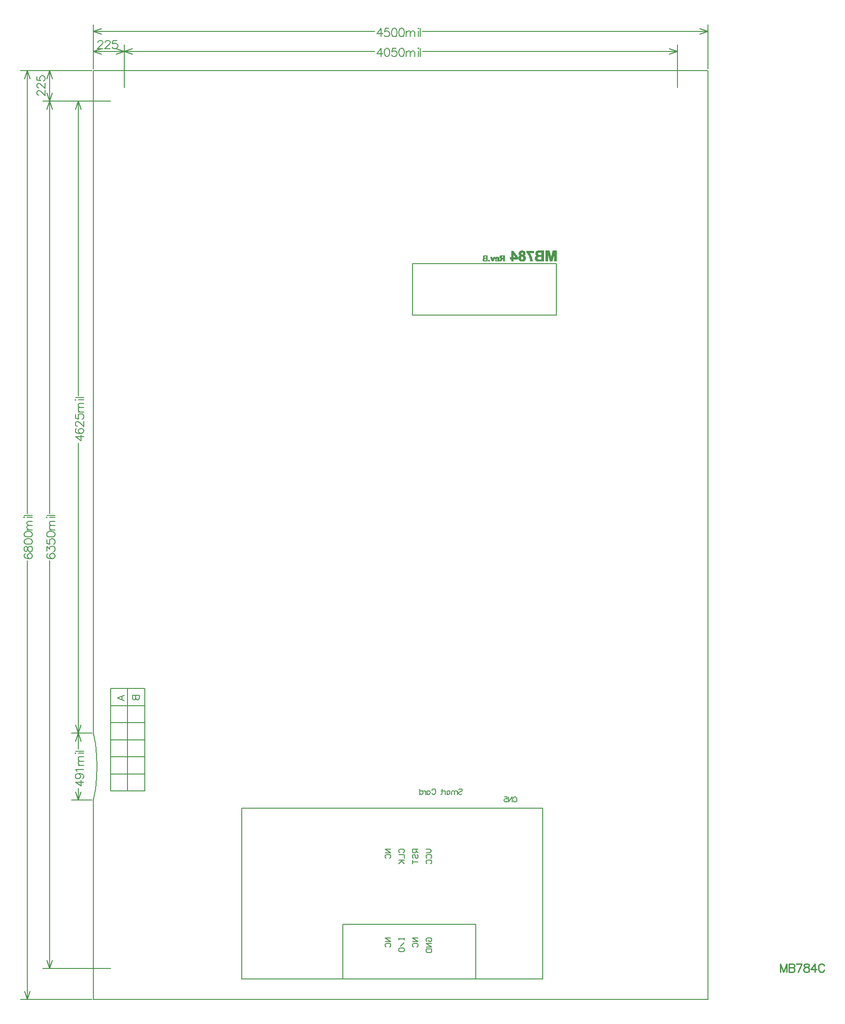
<source format=gbr>
%FSTAX23Y23*%
%MOIN*%
%SFA1B1*%

%IPPOS*%
%ADD73C,0.010000*%
%ADD74C,0.007000*%
%ADD75C,0.008000*%
%ADD79C,0.005000*%
%ADD81C,0.006000*%
%ADD151C,0.001000*%
%LNmb784b-1*%
%LPD*%
G54D73*
X0503Y0026D02*
Y002D01*
Y0026D02*
X05053Y002D01*
X05076Y0026D02*
X05053Y002D01*
X05076Y0026D02*
Y002D01*
X05093Y0026D02*
Y002D01*
Y0026D02*
X05119D01*
X05127Y00257*
X0513Y00254*
X05133Y00249*
Y00243*
X0513Y00237*
X05127Y00234*
X05119Y00231*
X05093D02*
X05119D01*
X05127Y00229*
X0513Y00226*
X05133Y0022*
Y00211*
X0513Y00206*
X05127Y00203*
X05119Y002*
X05093*
X05186Y0026D02*
X05158Y002D01*
X05146Y0026D02*
X05186D01*
X05214D02*
X05205Y00257D01*
X05203Y00251*
Y00246*
X05205Y0024*
X05211Y00237*
X05223Y00234*
X05231Y00231*
X05237Y00226*
X0524Y0022*
Y00211*
X05237Y00206*
X05234Y00203*
X05225Y002*
X05214*
X05205Y00203*
X05203Y00206*
X052Y00211*
Y0022*
X05203Y00226*
X05208Y00231*
X05217Y00234*
X05228Y00237*
X05234Y0024*
X05237Y00246*
Y00251*
X05234Y00257*
X05225Y0026*
X05214*
X05282D02*
X05253Y0022D01*
X05296*
X05282Y0026D02*
Y002D01*
X05349Y00246D02*
X05347Y00251D01*
X05341Y00257*
X05335Y0026*
X05324*
X05318Y00257*
X05312Y00251*
X05309Y00246*
X05307Y00237*
Y00223*
X05309Y00214*
X05312Y00209*
X05318Y00203*
X05324Y002*
X05335*
X05341Y00203*
X05347Y00209*
X05349Y00214*
X0503Y0026D02*
Y002D01*
Y0026D02*
X05053Y002D01*
X05076Y0026D02*
X05053Y002D01*
X05076Y0026D02*
Y002D01*
X05093Y0026D02*
Y002D01*
Y0026D02*
X05119D01*
X05127Y00257*
X0513Y00254*
X05133Y00249*
Y00243*
X0513Y00237*
X05127Y00234*
X05119Y00231*
X05093D02*
X05119D01*
X05127Y00229*
X0513Y00226*
X05133Y0022*
Y00211*
X0513Y00206*
X05127Y00203*
X05119Y002*
X05093*
X05186Y0026D02*
X05158Y002D01*
X05146Y0026D02*
X05186D01*
X05214D02*
X05205Y00257D01*
X05203Y00251*
Y00246*
X05205Y0024*
X05211Y00237*
X05223Y00234*
X05231Y00231*
X05237Y00226*
X0524Y0022*
Y00211*
X05237Y00206*
X05234Y00203*
X05225Y002*
X05214*
X05205Y00203*
X05203Y00206*
X052Y00211*
Y0022*
X05203Y00226*
X05208Y00231*
X05217Y00234*
X05228Y00237*
X05234Y0024*
X05237Y00246*
Y00251*
X05234Y00257*
X05225Y0026*
X05214*
X05282D02*
X05253Y0022D01*
X05296*
X05282Y0026D02*
Y002D01*
X05349Y00246D02*
X05347Y00251D01*
X05341Y00257*
X05335Y0026*
X05324*
X05318Y00257*
X05312Y00251*
X05309Y00246*
X05307Y00237*
Y00223*
X05309Y00214*
X05312Y00209*
X05318Y00203*
X05324Y002*
X05335*
X05341Y00203*
X05347Y00209*
X05349Y00214*
G54D74*
X02335Y05385D02*
X0339D01*
X02335Y0501D02*
X0339D01*
Y05385*
X02335Y0501D02*
Y05385D01*
G54D75*
X00225Y02187D02*
X00175Y02206D01*
X00225Y02225*
X00208Y02218D02*
Y02194D01*
X00285Y02225D02*
X00335D01*
X00285D02*
Y02204D01*
X00287Y02196*
X0029Y02194*
X00295Y02192*
X00299*
X00304Y02194*
X00306Y02196*
X00309Y02204*
Y02225D02*
Y02204D01*
X00311Y02196*
X00314Y02194*
X00318Y02192*
X00325*
X0033Y02194*
X00333Y02196*
X00335Y02204*
Y02225*
G54D79*
X01085Y0015D02*
Y014D01*
X0329Y0015D02*
Y014D01*
X01085D02*
X0329D01*
X01085Y0015D02*
X0329D01*
X01825Y0055D02*
Y0015D01*
Y0055D02*
X028D01*
Y0015*
X00125Y0165D02*
X00375D01*
X00125Y01775D02*
X00375D01*
X00125Y019D02*
X00375D01*
X00125Y02025D02*
X00375D01*
X00125Y0215D02*
X00375D01*
X0025Y01525D02*
Y02275D01*
X00125Y01525D02*
Y02275D01*
X00375*
Y01525D02*
Y02275D01*
X00125Y01525D02*
X00375D01*
X03074Y01472D02*
X03076Y01476D01*
X03079Y01479*
X03083Y01481*
X0309*
X03093Y01479*
X03097Y01476*
X03098Y01472*
X031Y01467*
Y01459*
X03098Y01454*
X03097Y0145*
X03093Y01447*
X0309Y01445*
X03083*
X03079Y01447*
X03076Y0145*
X03074Y01454*
X03064Y01481D02*
Y01445D01*
Y01481D02*
X0304Y01445D01*
Y01481D02*
Y01445D01*
X0301Y01481D02*
X03027D01*
X03029Y01466*
X03027Y01467*
X03022Y01469*
X03017*
X03011Y01467*
X03008Y01464*
X03006Y01459*
Y01455*
X03008Y0145*
X03011Y01447*
X03017Y01445*
X03022*
X03027Y01447*
X03029Y01448*
X0303Y01452*
X02175Y0045D02*
X02135D01*
X02175Y00423*
X02135*
X02142Y00383D02*
X02135Y0039D01*
Y00403*
X02142Y0041*
X02168*
X02175Y00403*
Y0039*
X02168Y00383*
X02242Y01073D02*
X02235Y0108D01*
Y01093*
X02242Y011*
X02268*
X02275Y01093*
Y0108*
X02268Y01073*
X02235Y0106D02*
X02275D01*
Y01033*
X02235Y0102D02*
X02275D01*
X02262*
X02235Y00993*
X02255Y01013*
X02275Y00993*
X02435Y011D02*
X02462D01*
X02475Y01087*
X02462Y01073*
X02435*
X02442Y01033D02*
X02435Y0104D01*
Y01053*
X02442Y0106*
X02468*
X02475Y01053*
Y0104*
X02468Y01033*
X02442Y00993D02*
X02435Y01D01*
Y01013*
X02442Y0102*
X02468*
X02475Y01013*
Y01*
X02468Y00993*
X02175Y011D02*
X02135D01*
X02175Y01073*
X02135*
X02142Y01033D02*
X02135Y0104D01*
Y01053*
X02142Y0106*
X02168*
X02175Y01053*
Y0104*
X02168Y01033*
X02375Y011D02*
X02335D01*
Y0108*
X02342Y01073*
X02355*
X02362Y0108*
Y011*
Y01087D02*
X02375Y01073D01*
X02342Y01033D02*
X02335Y0104D01*
Y01053*
X02342Y0106*
X02348*
X02355Y01053*
Y0104*
X02362Y01033*
X02368*
X02375Y0104*
Y01053*
X02368Y0106*
X02335Y0102D02*
Y00993D01*
Y01007*
X02375*
X02442Y00423D02*
X02435Y0043D01*
Y00443*
X02442Y0045*
X02468*
X02475Y00443*
Y0043*
X02468Y00423*
X02455*
Y00437*
X02475Y0041D02*
X02435D01*
X02475Y00383*
X02435*
Y0037D02*
X02475D01*
Y0035*
X02468Y00343*
X02442*
X02435Y0035*
Y0037*
X02375Y0045D02*
X02335D01*
X02375Y00423*
X02335*
X02342Y00383D02*
X02335Y0039D01*
Y00403*
X02342Y0041*
X02368*
X02375Y00403*
Y0039*
X02368Y00383*
X02235Y0045D02*
Y00437D01*
Y00443*
X02275*
Y0045*
Y00437*
Y00417D02*
X02248Y0039D01*
X02235Y00357D02*
Y0037D01*
X02242Y00377*
X02268*
X02275Y0037*
Y00357*
X02268Y0035*
X02242*
X02235Y00357*
X02673Y01534D02*
X02677Y01538D01*
X02683Y0154*
X0269*
X02696Y01538*
X027Y01534*
Y0153*
X02698Y01527*
X02696Y01525*
X02692Y01523*
X02681Y01519*
X02677Y01517*
X02675Y01515*
X02673Y01511*
Y01506*
X02677Y01502*
X02683Y015*
X0269*
X02696Y01502*
X027Y01506*
X02664Y01527D02*
Y015D01*
Y01519D02*
X02659Y01525D01*
X02655Y01527*
X02649*
X02645Y01525*
X02643Y01519*
Y015*
Y01519D02*
X02638Y01525D01*
X02634Y01527*
X02628*
X02624Y01525*
X02622Y01519*
Y015*
X02587Y01527D02*
Y015D01*
Y01521D02*
X02591Y01525D01*
X02595Y01527*
X026*
X02604Y01525*
X02608Y01521*
X0261Y01515*
Y01511*
X02608Y01506*
X02604Y01502*
X026Y015*
X02595*
X02591Y01502*
X02587Y01506*
X02576Y01527D02*
Y015D01*
Y01515D02*
X02575Y01521D01*
X02571Y01525*
X02567Y01527*
X02561*
X02552Y0154D02*
Y01508D01*
X0255Y01502*
X02546Y015*
X02542*
X02558Y01527D02*
X02544D01*
X02477Y0153D02*
X02479Y01534D01*
X02482Y01538*
X02486Y0154*
X02494*
X02498Y01538*
X02501Y01534*
X02503Y0153*
X02505Y01525*
Y01515*
X02503Y0151*
X02501Y01506*
X02498Y01502*
X02494Y015*
X02486*
X02482Y01502*
X02479Y01506*
X02477Y0151*
X02443Y01527D02*
Y015D01*
Y01521D02*
X02446Y01525D01*
X0245Y01527*
X02456*
X0246Y01525*
X02463Y01521*
X02465Y01515*
Y01511*
X02463Y01506*
X0246Y01502*
X02456Y015*
X0245*
X02446Y01502*
X02443Y01506*
X02432Y01527D02*
Y015D01*
Y01515D02*
X0243Y01521D01*
X02426Y01525*
X02422Y01527*
X02417*
X0239Y0154D02*
Y015D01*
Y01521D02*
X02394Y01525D01*
X02398Y01527*
X02403*
X02407Y01525*
X02411Y01521*
X02413Y01515*
Y01511*
X02411Y01506*
X02407Y01502*
X02403Y015*
X02398*
X02394Y01502*
X0239Y01506*
X0Y01459D02*
D01*
X00014Y0154*
X00022Y01622*
X00025Y01704*
X00023Y01786*
X00014Y01868*
X0Y0195*
X04275Y06674D02*
Y0699D01*
X00225Y06674D02*
Y0699D01*
X02409Y0694D02*
X04275D01*
X00225D02*
X02059D01*
X04215Y0696D02*
X04275Y0694D01*
X04215Y0692D02*
X04275Y0694D01*
X00225D02*
X00285Y0692D01*
X00225Y0694D02*
X00285Y0696D01*
X00225Y06674D02*
Y0699D01*
X0Y06812D02*
Y0699D01*
X00112Y0694D02*
X00225D01*
X0D02*
X00112D01*
X00165Y0696D02*
X00225Y0694D01*
X00165Y0692D02*
X00225Y0694D01*
X0D02*
X0006Y0692D01*
X0Y0694D02*
X0006Y0696D01*
X045Y06812D02*
Y07135D01*
X0Y06812D02*
Y07135D01*
X02409Y07085D02*
X045D01*
X0D02*
X02059D01*
X0444Y07105D02*
X045Y07085D01*
X0444Y07065D02*
X045Y07085D01*
X0D02*
X0006Y07065D01*
X0Y07085D02*
X0006Y07105D01*
X-0016Y0195D02*
X-00013D01*
X-0016Y01459D02*
X-00013D01*
X-0011Y01832D02*
Y0195D01*
Y01459D02*
Y01545D01*
X-0013Y0189D02*
X-0011Y0195D01*
X-0009Y0189*
X-0011Y01459D02*
X-0009Y01519D01*
X-0013D02*
X-0011Y01459D01*
X-0016Y06575D02*
X00126D01*
X-0016Y0195D02*
X-00013D01*
X-0011Y0442D02*
Y06575D01*
Y0195D02*
Y04073D01*
X-0013Y06515D02*
X-0011Y06575D01*
X-0009Y06515*
X-0011Y0195D02*
X-0009Y0201D01*
X-0013D02*
X-0011Y0195D01*
X-0037Y00225D02*
X00126D01*
X-0037Y06575D02*
X00126D01*
X-0032Y00225D02*
Y03211D01*
Y03557D02*
Y06575D01*
Y00225D02*
X-003Y00285D01*
X-0034D02*
X-0032Y00225D01*
X-0034Y06515D02*
X-0032Y06575D01*
X-003Y06515*
X-0037Y068D02*
X-00013D01*
X-0037Y06575D02*
X00126D01*
X-0032Y06688D02*
Y068D01*
Y06575D02*
Y06688D01*
X-0034Y0674D02*
X-0032Y068D01*
X-003Y0674*
X-0032Y06575D02*
X-003Y06635D01*
X-0034D02*
X-0032Y06575D01*
X-00535Y068D02*
X-00013D01*
X-00535Y0D02*
X-00013D01*
X-00485Y03557D02*
Y068D01*
Y0D02*
Y03211D01*
X-00505Y0674D02*
X-00485Y068D01*
X-00465Y0674*
X-00485Y0D02*
X-00465Y0006D01*
X-00505D02*
X-00485Y0D01*
X0Y0195D02*
Y068D01*
X045Y0D02*
Y068D01*
X0Y0D02*
X045D01*
X0Y068D02*
X045D01*
X0Y0D02*
Y01459D01*
G54D81*
X02104Y06963D02*
X02075Y06923D01*
X02118*
X02104Y06963D02*
Y06903D01*
X02146Y06963D02*
X02137Y0696D01*
X02132Y06951*
X02129Y06937*
Y06928*
X02132Y06914*
X02137Y06905*
X02146Y06903*
X02152*
X0216Y06905*
X02166Y06914*
X02169Y06928*
Y06937*
X02166Y06951*
X0216Y0696*
X02152Y06963*
X02146*
X02216D02*
X02188D01*
X02185Y06937*
X02188Y0694*
X02196Y06943*
X02205*
X02214Y0694*
X02219Y06934*
X02222Y06925*
Y0692*
X02219Y06911*
X02214Y06905*
X02205Y06903*
X02196*
X02188Y06905*
X02185Y06908*
X02182Y06914*
X02253Y06963D02*
X02244Y0696D01*
X02238Y06951*
X02236Y06937*
Y06928*
X02238Y06914*
X02244Y06905*
X02253Y06903*
X02258*
X02267Y06905*
X02273Y06914*
X02276Y06928*
Y06937*
X02273Y06951*
X02267Y0696*
X02258Y06963*
X02253*
X02289Y06943D02*
Y06903D01*
Y06931D02*
X02298Y0694D01*
X02303Y06943*
X02312*
X02318Y0694*
X0232Y06931*
Y06903*
Y06931D02*
X02329Y0694D01*
X02335Y06943*
X02343*
X02349Y0694*
X02352Y06931*
Y06903*
X02376Y06963D02*
X02379Y0696D01*
X02382Y06963*
X02379Y06965*
X02376Y06963*
X02379Y06943D02*
Y06903D01*
X02393Y06963D02*
Y06903D01*
X00033Y07006D02*
Y07009D01*
X00036Y07014*
X00039Y07017*
X00044Y0702*
X00056*
X00061Y07017*
X00064Y07014*
X00067Y07009*
Y07003*
X00064Y06997*
X00059Y06989*
X0003Y0696*
X0007*
X00086Y07006D02*
Y07009D01*
X00089Y07014*
X00092Y07017*
X00098Y0702*
X00109*
X00115Y07017*
X00118Y07014*
X00121Y07009*
Y07003*
X00118Y06997*
X00112Y06989*
X00083Y0696*
X00123*
X00171Y0702D02*
X00143D01*
X0014Y06994*
X00143Y06997*
X00151Y07*
X0016*
X00168Y06997*
X00174Y06991*
X00177Y06983*
Y06977*
X00174Y06969*
X00168Y06963*
X0016Y0696*
X00151*
X00143Y06963*
X0014Y06966*
X00137Y06971*
X02104Y07108D02*
X02075Y07068D01*
X02118*
X02104Y07108D02*
Y07048D01*
X02163Y07108D02*
X02134D01*
X02132Y07082*
X02134Y07085*
X02143Y07088*
X02152*
X0216Y07085*
X02166Y07079*
X02169Y0707*
Y07065*
X02166Y07056*
X0216Y0705*
X02152Y07048*
X02143*
X02134Y0705*
X02132Y07053*
X02129Y07059*
X02199Y07108D02*
X02191Y07105D01*
X02185Y07096*
X02182Y07082*
Y07073*
X02185Y07059*
X02191Y0705*
X02199Y07048*
X02205*
X02214Y0705*
X02219Y07059*
X02222Y07073*
Y07082*
X02219Y07096*
X02214Y07105*
X02205Y07108*
X02199*
X02253D02*
X02244Y07105D01*
X02238Y07096*
X02236Y07082*
Y07073*
X02238Y07059*
X02244Y0705*
X02253Y07048*
X02258*
X02267Y0705*
X02273Y07059*
X02276Y07073*
Y07082*
X02273Y07096*
X02267Y07105*
X02258Y07108*
X02253*
X02289Y07088D02*
Y07048D01*
Y07076D02*
X02298Y07085D01*
X02303Y07088*
X02312*
X02318Y07085*
X0232Y07076*
Y07048*
Y07076D02*
X02329Y07085D01*
X02335Y07088*
X02343*
X02349Y07085*
X02352Y07076*
Y07048*
X02376Y07108D02*
X02379Y07105D01*
X02382Y07108*
X02379Y0711*
X02376Y07108*
X02379Y07088D02*
Y07048D01*
X02393Y07108D02*
Y07048D01*
X-00133Y0159D02*
X-00093Y01561D01*
Y01604*
X-00133Y0159D02*
X-00073D01*
X-00113Y01652D02*
X-00104Y01649D01*
X-00098Y01643*
X-00095Y01635*
Y01632*
X-00098Y01623*
X-00104Y01617*
X-00113Y01615*
X-00115*
X-00124Y01617*
X-0013Y01623*
X-00133Y01632*
Y01635*
X-0013Y01643*
X-00124Y01649*
X-00113Y01652*
X-00098*
X-00084Y01649*
X-00075Y01643*
X-00073Y01635*
Y01629*
X-00075Y0162*
X-00081Y01617*
X-00121Y01668D02*
X-00124Y01674D01*
X-00133Y01682*
X-00073*
X-00113Y01712D02*
X-00073D01*
X-00101D02*
X-0011Y01721D01*
X-00113Y01726*
Y01735*
X-0011Y01741*
X-00101Y01743*
X-00073*
X-00101D02*
X-0011Y01752D01*
X-00113Y01758*
Y01766*
X-0011Y01772*
X-00101Y01775*
X-00073*
X-00133Y01799D02*
X-0013Y01802D01*
X-00133Y01805*
X-00135Y01802*
X-00133Y01799*
X-00113Y01802D02*
X-00073D01*
X-00133Y01816D02*
X-00073D01*
X-00133Y04118D02*
X-00093Y04089D01*
Y04132*
X-00133Y04118D02*
X-00073D01*
X-00124Y04177D02*
X-0013Y04174D01*
X-00133Y04166*
Y0416*
X-0013Y04151*
X-00121Y04146*
X-00107Y04143*
X-00093*
X-00081Y04146*
X-00075Y04151*
X-00073Y0416*
Y04163*
X-00075Y04171*
X-00081Y04177*
X-0009Y0418*
X-00093*
X-00101Y04177*
X-00107Y04171*
X-0011Y04163*
Y0416*
X-00107Y04151*
X-00101Y04146*
X-00093Y04143*
X-00118Y04196D02*
X-00121D01*
X-00127Y04199*
X-0013Y04202*
X-00133Y04207*
Y04219*
X-0013Y04225*
X-00127Y04227*
X-00121Y0423*
X-00115*
X-0011Y04227*
X-00101Y04222*
X-00073Y04193*
Y04233*
X-00133Y04281D02*
Y04252D01*
X-00107Y04249*
X-0011Y04252*
X-00113Y04261*
Y04269*
X-0011Y04278*
X-00104Y04284*
X-00095Y04286*
X-0009*
X-00081Y04284*
X-00075Y04278*
X-00073Y04269*
Y04261*
X-00075Y04252*
X-00078Y04249*
X-00084Y04247*
X-00113Y043D02*
X-00073D01*
X-00101D02*
X-0011Y04308D01*
X-00113Y04314*
Y04323*
X-0011Y04328*
X-00101Y04331*
X-00073*
X-00101D02*
X-0011Y0434D01*
X-00113Y04346*
Y04354*
X-0011Y0436*
X-00101Y04363*
X-00073*
X-00133Y04387D02*
X-0013Y0439D01*
X-00133Y04393*
X-00135Y0439*
X-00133Y04387*
X-00113Y0439D02*
X-00073D01*
X-00133Y04404D02*
X-00073D01*
X-00334Y03261D02*
X-0034Y03258D01*
X-00343Y0325*
Y03244*
X-0034Y03235*
X-00331Y0323*
X-00317Y03227*
X-00303*
X-00291Y0323*
X-00285Y03235*
X-00283Y03244*
Y03247*
X-00285Y03255*
X-00291Y03261*
X-003Y03264*
X-00303*
X-00311Y03261*
X-00317Y03255*
X-0032Y03247*
Y03244*
X-00317Y03235*
X-00311Y0323*
X-00303Y03227*
X-00343Y03283D02*
Y03314D01*
X-0032Y03297*
Y03306*
X-00317Y03311*
X-00314Y03314*
X-00305Y03317*
X-003*
X-00291Y03314*
X-00285Y03309*
X-00283Y033*
Y03291*
X-00285Y03283*
X-00288Y0328*
X-00294Y03277*
X-00343Y03365D02*
Y03336D01*
X-00317Y03333*
X-0032Y03336*
X-00323Y03345*
Y03353*
X-0032Y03362*
X-00314Y03368*
X-00305Y03371*
X-003*
X-00291Y03368*
X-00285Y03362*
X-00283Y03353*
Y03345*
X-00285Y03336*
X-00288Y03333*
X-00294Y03331*
X-00343Y03401D02*
X-0034Y03393D01*
X-00331Y03387*
X-00317Y03384*
X-00308*
X-00294Y03387*
X-00285Y03393*
X-00283Y03401*
Y03407*
X-00285Y03415*
X-00294Y03421*
X-00308Y03424*
X-00317*
X-00331Y03421*
X-0034Y03415*
X-00343Y03407*
Y03401*
X-00323Y03437D02*
X-00283D01*
X-00311D02*
X-0032Y03446D01*
X-00323Y03452*
Y0346*
X-0032Y03466*
X-00311Y03469*
X-00283*
X-00311D02*
X-0032Y03477D01*
X-00323Y03483*
Y03492*
X-0032Y03497*
X-00311Y035*
X-00283*
X-00343Y03525D02*
X-0034Y03528D01*
X-00343Y03531*
X-00345Y03528*
X-00343Y03525*
X-00323Y03528D02*
X-00283D01*
X-00343Y03541D02*
X-00283D01*
X-00401Y06618D02*
X-00404D01*
X-00409Y06621*
X-00412Y06624*
X-00415Y06629*
Y06641*
X-00412Y06646*
X-00409Y06649*
X-00404Y06652*
X-00398*
X-00392Y06649*
X-00384Y06644*
X-00355Y06615*
Y06655*
X-00401Y06671D02*
X-00404D01*
X-00409Y06674*
X-00412Y06677*
X-00415Y06683*
Y06694*
X-00412Y067*
X-00409Y06703*
X-00404Y06706*
X-00398*
X-00392Y06703*
X-00384Y06697*
X-00355Y06668*
Y06708*
X-00415Y06756D02*
Y06728D01*
X-00389Y06725*
X-00392Y06728*
X-00395Y06736*
Y06745*
X-00392Y06753*
X-00386Y06759*
X-00378Y06762*
X-00372*
X-00364Y06759*
X-00358Y06753*
X-00355Y06745*
Y06736*
X-00358Y06728*
X-00361Y06725*
X-00366Y06722*
X-00499Y03261D02*
X-00505Y03258D01*
X-00508Y0325*
Y03244*
X-00505Y03235*
X-00496Y0323*
X-00482Y03227*
X-00468*
X-00456Y0323*
X-0045Y03235*
X-00448Y03244*
Y03247*
X-0045Y03255*
X-00456Y03261*
X-00465Y03264*
X-00468*
X-00476Y03261*
X-00482Y03255*
X-00485Y03247*
Y03244*
X-00482Y03235*
X-00476Y0323*
X-00468Y03227*
X-00508Y03291D02*
X-00505Y03283D01*
X-00499Y0328*
X-00493*
X-00488Y03283*
X-00485Y03289*
X-00482Y033*
X-00479Y03309*
X-00473Y03314*
X-00468Y03317*
X-00459*
X-00453Y03314*
X-0045Y03311*
X-00448Y03303*
Y03291*
X-0045Y03283*
X-00453Y0328*
X-00459Y03277*
X-00468*
X-00473Y0328*
X-00479Y03286*
X-00482Y03294*
X-00485Y03306*
X-00488Y03311*
X-00493Y03314*
X-00499*
X-00505Y03311*
X-00508Y03303*
Y03291*
Y03348D02*
X-00505Y03339D01*
X-00496Y03333*
X-00482Y03331*
X-00473*
X-00459Y03333*
X-0045Y03339*
X-00448Y03348*
Y03353*
X-0045Y03362*
X-00459Y03368*
X-00473Y03371*
X-00482*
X-00496Y03368*
X-00505Y03362*
X-00508Y03353*
Y03348*
Y03401D02*
X-00505Y03393D01*
X-00496Y03387*
X-00482Y03384*
X-00473*
X-00459Y03387*
X-0045Y03393*
X-00448Y03401*
Y03407*
X-0045Y03415*
X-00459Y03421*
X-00473Y03424*
X-00482*
X-00496Y03421*
X-00505Y03415*
X-00508Y03407*
Y03401*
X-00488Y03437D02*
X-00448D01*
X-00476D02*
X-00485Y03446D01*
X-00488Y03452*
Y0346*
X-00485Y03466*
X-00476Y03469*
X-00448*
X-00476D02*
X-00485Y03477D01*
X-00488Y03483*
Y03492*
X-00485Y03497*
X-00476Y035*
X-00448*
X-00508Y03525D02*
X-00505Y03528D01*
X-00508Y03531*
X-0051Y03528*
X-00508Y03525*
X-00488Y03528D02*
X-00448D01*
X-00508Y03541D02*
X-00448D01*
G54D151*
X0331Y05435D02*
X03326D01*
X03194Y05422D02*
X0321D01*
X03129Y05404D02*
X03143D01*
X03371Y05405D02*
X03387D01*
X0334D02*
X03357D01*
X0331D02*
X03326D01*
X0325D02*
X03296D01*
X03196D02*
X03212D01*
X03125D02*
X03147D01*
X03057D02*
X03073D01*
X03371Y05406D02*
X03387D01*
X0334D02*
X03357D01*
X0331D02*
X03326D01*
X03245D02*
X03296D01*
X03196D02*
X03212D01*
X03123D02*
X03149D01*
X03057D02*
X03073D01*
X03371Y05407D02*
X03387D01*
X0334D02*
X03358D01*
X0331D02*
X03326D01*
X03242D02*
X03296D01*
X03196D02*
X03212D01*
X03121D02*
X03151D01*
X03057D02*
X03073D01*
X03371Y05408D02*
X03387D01*
X03339D02*
X03358D01*
X0331D02*
X03326D01*
X0324D02*
X03296D01*
X03196D02*
X03212D01*
X0312D02*
X03153D01*
X03057D02*
X03073D01*
X03371Y05409D02*
X03387D01*
X03339D02*
X03358D01*
X0331D02*
X03326D01*
X03239D02*
X03296D01*
X03196D02*
X03212D01*
X03118D02*
X03154D01*
X03057D02*
X03073D01*
X03371Y0541D02*
X03387D01*
X03339D02*
X03358D01*
X0331D02*
X03326D01*
X03238D02*
X03296D01*
X03196D02*
X03211D01*
X03117D02*
X03155D01*
X03057D02*
X03073D01*
X03371Y05411D02*
X03387D01*
X03339D02*
X03359D01*
X0331D02*
X03326D01*
X03237D02*
X03296D01*
X03196D02*
X03211D01*
X03116D02*
X03156D01*
X03057D02*
X03073D01*
X03371Y05412D02*
X03387D01*
X03338D02*
X03359D01*
X0331D02*
X03326D01*
X03236D02*
X03296D01*
X03196D02*
X03211D01*
X03115D02*
X03157D01*
X03057D02*
X03073D01*
X03371Y05413D02*
X03387D01*
X03338D02*
X03359D01*
X0331D02*
X03326D01*
X03235D02*
X03296D01*
X03196D02*
X03211D01*
X03115D02*
X03158D01*
X03057D02*
X03073D01*
X03371Y05414D02*
X03387D01*
X03338D02*
X03359D01*
X0331D02*
X03326D01*
X03234D02*
X03296D01*
X03195D02*
X03211D01*
X03114D02*
X03159D01*
X03057D02*
X03073D01*
X03371Y05415D02*
X03387D01*
X03338D02*
X0336D01*
X0331D02*
X03326D01*
X03234D02*
X03296D01*
X03195D02*
X03211D01*
X03113D02*
X03159D01*
X03057D02*
X03073D01*
X03371Y05416D02*
X03387D01*
X03337D02*
X0336D01*
X0331D02*
X03326D01*
X03233D02*
X03296D01*
X03195D02*
X03211D01*
X03139D02*
X0316D01*
X03113D02*
X03134D01*
X03057D02*
X03073D01*
X03371Y05417D02*
X03387D01*
X03337D02*
X0336D01*
X0331D02*
X03326D01*
X03233D02*
X03296D01*
X03195D02*
X03211D01*
X03141D02*
X0316D01*
X03112D02*
X03131D01*
X03057D02*
X03073D01*
X03371Y05418D02*
X03387D01*
X03337D02*
X0336D01*
X0331D02*
X03326D01*
X03279D02*
X03296D01*
X03232D02*
X03255D01*
X03195D02*
X0321D01*
X03142D02*
X03161D01*
X03112D02*
X0313D01*
X03057D02*
X03073D01*
X03371Y05419D02*
X03387D01*
X03337D02*
X03361D01*
X0331D02*
X03326D01*
X03279D02*
X03296D01*
X03232D02*
X03253D01*
X03195D02*
X0321D01*
X03143D02*
X03161D01*
X03112D02*
X03129D01*
X03057D02*
X03073D01*
X03371Y0542D02*
X03387D01*
X03336D02*
X03361D01*
X0331D02*
X03326D01*
X03279D02*
X03296D01*
X03231D02*
X03251D01*
X03194D02*
X0321D01*
X03144D02*
X03161D01*
X03111D02*
X03128D01*
X03048D02*
X03105D01*
X03371Y05421D02*
X03387D01*
X03336D02*
X03361D01*
X0331D02*
X03326D01*
X03279D02*
X03296D01*
X03231D02*
X0325D01*
X03194D02*
X0321D01*
X03145D02*
X03162D01*
X03111D02*
X03128D01*
X03048D02*
X03105D01*
X03371Y05422D02*
X03387D01*
X03336D02*
X03361D01*
X0331D02*
X03326D01*
X03279D02*
X03296D01*
X03231D02*
X03249D01*
X03145D02*
X03162D01*
X03111D02*
X03127D01*
X03048D02*
X03105D01*
X03371Y05423D02*
X03387D01*
X03336D02*
X03362D01*
X0331D02*
X03326D01*
X03279D02*
X03296D01*
X03231D02*
X03249D01*
X03194D02*
X03209D01*
X03146D02*
X03162D01*
X03111D02*
X03127D01*
X03048D02*
X03105D01*
X03371Y05424D02*
X03387D01*
X03335D02*
X03362D01*
X0331D02*
X03326D01*
X03279D02*
X03296D01*
X03231D02*
X03248D01*
X03194D02*
X03209D01*
X03146D02*
X03162D01*
X03111D02*
X03127D01*
X03048D02*
X03105D01*
X03371Y05425D02*
X03387D01*
X03335D02*
X03362D01*
X0331D02*
X03326D01*
X03279D02*
X03296D01*
X03231D02*
X03248D01*
X03193D02*
X03209D01*
X03146D02*
X03162D01*
X0311D02*
X03127D01*
X03048D02*
X03105D01*
X03371Y05426D02*
X03387D01*
X03335D02*
X03362D01*
X0331D02*
X03326D01*
X03279D02*
X03296D01*
X0323D02*
X03248D01*
X03193D02*
X03209D01*
X03146D02*
X03162D01*
X0311D02*
X03127D01*
X03048D02*
X03105D01*
X03371Y05427D02*
X03387D01*
X03335D02*
X03363D01*
X0331D02*
X03326D01*
X03279D02*
X03296D01*
X0323D02*
X03248D01*
X03193D02*
X03208D01*
X03146D02*
X03162D01*
X0311D02*
X03126D01*
X03048D02*
X03105D01*
X03371Y05428D02*
X03387D01*
X03334D02*
X03363D01*
X0331D02*
X03326D01*
X03279D02*
X03296D01*
X03231D02*
X03248D01*
X03193D02*
X03208D01*
X03146D02*
X03162D01*
X0311D02*
X03126D01*
X03048D02*
X03105D01*
X03371Y05429D02*
X03387D01*
X03334D02*
X03363D01*
X0331D02*
X03326D01*
X03279D02*
X03296D01*
X03231D02*
X03248D01*
X03192D02*
X03208D01*
X03146D02*
X03162D01*
X0311D02*
X03126D01*
X03048D02*
X03105D01*
X03371Y0543D02*
X03387D01*
X03334D02*
X03363D01*
X0331D02*
X03326D01*
X03279D02*
X03296D01*
X03231D02*
X03248D01*
X03192D02*
X03207D01*
X03146D02*
X03162D01*
X03111D02*
X03127D01*
X03048D02*
X03105D01*
X03371Y05431D02*
X03387D01*
X03334D02*
X03364D01*
X0331D02*
X03326D01*
X03279D02*
X03296D01*
X03231D02*
X03249D01*
X03192D02*
X03207D01*
X03146D02*
X03162D01*
X03111D02*
X03127D01*
X03048D02*
X03105D01*
X03371Y05432D02*
X03387D01*
X03349D02*
X03364D01*
X03333D02*
X03348D01*
X0331D02*
X03326D01*
X03279D02*
X03296D01*
X03231D02*
X03249D01*
X03191D02*
X03207D01*
X03146D02*
X03162D01*
X03111D02*
X03127D01*
X03048D02*
X03105D01*
X03371Y05433D02*
X03387D01*
X03349D02*
X03364D01*
X03333D02*
X03348D01*
X0331D02*
X03326D01*
X03279D02*
X03296D01*
X03231D02*
X0325D01*
X03191D02*
X03206D01*
X03145D02*
X03161D01*
X03111D02*
X03127D01*
X03089D02*
X03104D01*
X03057D02*
X03073D01*
X03371Y05434D02*
X03387D01*
X03349D02*
X03364D01*
X03333D02*
X03348D01*
X0331D02*
X03326D01*
X03279D02*
X03296D01*
X03232D02*
X0325D01*
X03191D02*
X03206D01*
X03145D02*
X03161D01*
X03111D02*
X03128D01*
X03088D02*
X03104D01*
X03057D02*
X03073D01*
X03371Y05435D02*
X03387D01*
X03349D02*
X03365D01*
X03333D02*
X03348D01*
X03279D02*
X03296D01*
X03232D02*
X03252D01*
X0319D02*
X03206D01*
X03144D02*
X03161D01*
X03112D02*
X03128D01*
X03088D02*
X03103D01*
X03057D02*
X03073D01*
X03371Y05436D02*
X03387D01*
X0335D02*
X03365D01*
X03332D02*
X03347D01*
X0331D02*
X03326D01*
X03279D02*
X03296D01*
X03233D02*
X03253D01*
X0319D02*
X03205D01*
X03144D02*
X0316D01*
X03112D02*
X03129D01*
X03087D02*
X03102D01*
X03057D02*
X03073D01*
X03371Y05437D02*
X03387D01*
X0335D02*
X03365D01*
X03332D02*
X03347D01*
X0331D02*
X03326D01*
X03279D02*
X03296D01*
X03233D02*
X03257D01*
X0319D02*
X03205D01*
X03143D02*
X0316D01*
X03113D02*
X0313D01*
X03086D02*
X03102D01*
X03057D02*
X03073D01*
X03371Y05438D02*
X03387D01*
X0335D02*
X03365D01*
X03332D02*
X03347D01*
X0331D02*
X03326D01*
X03234D02*
X03296D01*
X03189D02*
X03205D01*
X03141D02*
X03159D01*
X03113D02*
X03132D01*
X03086D02*
X03101D01*
X03057D02*
X03073D01*
X03371Y05439D02*
X03387D01*
X0335D02*
X03366D01*
X03332D02*
X03347D01*
X0331D02*
X03326D01*
X03235D02*
X03296D01*
X03189D02*
X03204D01*
X03139D02*
X03159D01*
X03114D02*
X03134D01*
X03085D02*
X031D01*
X03057D02*
X03073D01*
X03371Y0544D02*
X03387D01*
X03351D02*
X03366D01*
X03331D02*
X03346D01*
X0331D02*
X03326D01*
X03236D02*
X03296D01*
X03189D02*
X03204D01*
X03115D02*
X03158D01*
X03084D02*
X03099D01*
X03057D02*
X03073D01*
X03371Y05441D02*
X03387D01*
X03351D02*
X03366D01*
X03331D02*
X03346D01*
X0331D02*
X03326D01*
X03237D02*
X03296D01*
X03188D02*
X03203D01*
X03116D02*
X03157D01*
X03084D02*
X03099D01*
X03057D02*
X03073D01*
X03371Y05442D02*
X03387D01*
X03351D02*
X03366D01*
X03331D02*
X03346D01*
X0331D02*
X03326D01*
X03238D02*
X03296D01*
X03188D02*
X03203D01*
X03117D02*
X03156D01*
X03083D02*
X03098D01*
X03057D02*
X03073D01*
X03371Y05443D02*
X03387D01*
X03352D02*
X03367D01*
X03331D02*
X03345D01*
X0331D02*
X03326D01*
X0324D02*
X03296D01*
X03187D02*
X03202D01*
X03118D02*
X03155D01*
X03082D02*
X03097D01*
X03057D02*
X03073D01*
X03371Y05444D02*
X03387D01*
X03352D02*
X03367D01*
X0333D02*
X03345D01*
X0331D02*
X03326D01*
X03242D02*
X03296D01*
X03187D02*
X03202D01*
X0312D02*
X03153D01*
X03082D02*
X03097D01*
X03057D02*
X03073D01*
X03371Y05445D02*
X03387D01*
X03352D02*
X03367D01*
X0333D02*
X03345D01*
X0331D02*
X03326D01*
X03245D02*
X03296D01*
X03186D02*
X03201D01*
X03121D02*
X03151D01*
X03081D02*
X03096D01*
X03057D02*
X03073D01*
X03371Y05446D02*
X03387D01*
X03352D02*
X03367D01*
X0333D02*
X03345D01*
X0331D02*
X03326D01*
X03243D02*
X03296D01*
X03186D02*
X03201D01*
X03123D02*
X0315D01*
X0308D02*
X03095D01*
X03057D02*
X03073D01*
X03371Y05447D02*
X03387D01*
X03353D02*
X03367D01*
X0333D02*
X03344D01*
X0331D02*
X03326D01*
X03242D02*
X03296D01*
X03185D02*
X032D01*
X03121D02*
X03152D01*
X0308D02*
X03095D01*
X03057D02*
X03073D01*
X03371Y05448D02*
X03387D01*
X03353D02*
X03368D01*
X03329D02*
X03344D01*
X0331D02*
X03326D01*
X0324D02*
X03296D01*
X03185D02*
X032D01*
X0312D02*
X03153D01*
X03079D02*
X03094D01*
X03057D02*
X03073D01*
X03371Y05449D02*
X03387D01*
X03353D02*
X03368D01*
X03329D02*
X03344D01*
X0331D02*
X03326D01*
X03239D02*
X03296D01*
X03184D02*
X03199D01*
X03118D02*
X03155D01*
X03078D02*
X03093D01*
X03057D02*
X03073D01*
X03371Y0545D02*
X03387D01*
X03353D02*
X03368D01*
X03329D02*
X03344D01*
X0331D02*
X03326D01*
X03238D02*
X03296D01*
X03184D02*
X03199D01*
X03117D02*
X03156D01*
X03077D02*
X03093D01*
X03057D02*
X03073D01*
X03371Y05451D02*
X03387D01*
X03354D02*
X03368D01*
X03329D02*
X03343D01*
X0331D02*
X03326D01*
X03279D02*
X03296D01*
X03238D02*
X03258D01*
X03183D02*
X03198D01*
X03117D02*
X03157D01*
X03077D02*
X03092D01*
X03057D02*
X03073D01*
X03371Y05452D02*
X03387D01*
X03354D02*
X03369D01*
X03328D02*
X03343D01*
X0331D02*
X03326D01*
X03279D02*
X03296D01*
X03237D02*
X03255D01*
X03183D02*
X03198D01*
X03139D02*
X03157D01*
X03116D02*
X03134D01*
X03076D02*
X03091D01*
X03057D02*
X03073D01*
X03371Y05453D02*
X03387D01*
X03354D02*
X03369D01*
X03328D02*
X03343D01*
X0331D02*
X03326D01*
X03279D02*
X03296D01*
X03236D02*
X03254D01*
X03182D02*
X03197D01*
X03141D02*
X03158D01*
X03115D02*
X03132D01*
X03075D02*
X0309D01*
X03057D02*
X03073D01*
X03371Y05454D02*
X03387D01*
X03355D02*
X03369D01*
X03328D02*
X03342D01*
X0331D02*
X03326D01*
X03279D02*
X03296D01*
X03236D02*
X03253D01*
X03182D02*
X03197D01*
X03143D02*
X03159D01*
X03115D02*
X03131D01*
X03075D02*
X0309D01*
X03057D02*
X03073D01*
X03371Y05455D02*
X03387D01*
X03355D02*
X03369D01*
X03328D02*
X03342D01*
X0331D02*
X03326D01*
X03279D02*
X03296D01*
X03235D02*
X03252D01*
X03181D02*
X03196D01*
X03143D02*
X03159D01*
X03114D02*
X0313D01*
X03074D02*
X03089D01*
X03057D02*
X03073D01*
X03371Y05456D02*
X03387D01*
X03355D02*
X0337D01*
X03327D02*
X03342D01*
X0331D02*
X03326D01*
X03279D02*
X03296D01*
X03235D02*
X03251D01*
X0318D02*
X03195D01*
X03144D02*
X03159D01*
X03114D02*
X03129D01*
X03057D02*
X03088D01*
X03371Y05457D02*
X03387D01*
X03355D02*
X0337D01*
X03327D02*
X03342D01*
X0331D02*
X03326D01*
X03279D02*
X03296D01*
X03235D02*
X03251D01*
X0318D02*
X03195D01*
X03144D02*
X0316D01*
X03113D02*
X03129D01*
X03057D02*
X03088D01*
X03371Y05458D02*
X03387D01*
X03356D02*
X0337D01*
X03327D02*
X03341D01*
X0331D02*
X03326D01*
X03279D02*
X03296D01*
X03235D02*
X03251D01*
X03179D02*
X03194D01*
X03145D02*
X0316D01*
X03113D02*
X03128D01*
X03057D02*
X03087D01*
X03371Y05459D02*
X03387D01*
X03356D02*
X0337D01*
X03327D02*
X03341D01*
X0331D02*
X03326D01*
X03279D02*
X03296D01*
X03234D02*
X03251D01*
X03178D02*
X03193D01*
X03145D02*
X0316D01*
X03113D02*
X03128D01*
X03057D02*
X03086D01*
X03356Y0546D02*
X03387D01*
X0331D02*
X03341D01*
X03279D02*
X03296D01*
X03234D02*
X03251D01*
X03178D02*
X03193D01*
X03145D02*
X0316D01*
X03113D02*
X03128D01*
X03057D02*
X03086D01*
X03356Y05461D02*
X03387D01*
X0331D02*
X03341D01*
X03279D02*
X03296D01*
X03234D02*
X03251D01*
X03177D02*
X03192D01*
X03145D02*
X0316D01*
X03113D02*
X03128D01*
X03057D02*
X03085D01*
X03357Y05462D02*
X03387D01*
X0331D02*
X0334D01*
X03279D02*
X03296D01*
X03234D02*
X03251D01*
X03176D02*
X03191D01*
X03145D02*
X0316D01*
X03113D02*
X03128D01*
X03057D02*
X03084D01*
X03357Y05463D02*
X03387D01*
X0331D02*
X0334D01*
X03279D02*
X03296D01*
X03234D02*
X03251D01*
X03176D02*
X03191D01*
X03145D02*
X0316D01*
X03113D02*
X03128D01*
X03057D02*
X03083D01*
X03357Y05464D02*
X03387D01*
X0331D02*
X0334D01*
X03279D02*
X03296D01*
X03234D02*
X03252D01*
X03175D02*
X0319D01*
X03144D02*
X0316D01*
X03113D02*
X03129D01*
X03057D02*
X03083D01*
X03357Y05465D02*
X03387D01*
X0331D02*
X0334D01*
X03279D02*
X03296D01*
X03234D02*
X03252D01*
X03174D02*
X03189D01*
X03144D02*
X0316D01*
X03113D02*
X03129D01*
X03057D02*
X03082D01*
X03358Y05466D02*
X03387D01*
X0331D02*
X03339D01*
X03279D02*
X03296D01*
X03235D02*
X03253D01*
X03173D02*
X03222D01*
X03143D02*
X0316D01*
X03113D02*
X0313D01*
X03057D02*
X03081D01*
X03358Y05467D02*
X03387D01*
X0331D02*
X03339D01*
X03279D02*
X03296D01*
X03235D02*
X03255D01*
X03172D02*
X03222D01*
X03142D02*
X0316D01*
X03113D02*
X03131D01*
X03057D02*
X03081D01*
X03358Y05468D02*
X03387D01*
X0331D02*
X03339D01*
X03279D02*
X03296D01*
X03235D02*
X03257D01*
X03171D02*
X03222D01*
X03141D02*
X03159D01*
X03114D02*
X03132D01*
X03057D02*
X0308D01*
X03359Y05469D02*
X03387D01*
X0331D02*
X03338D01*
X03236D02*
X03296D01*
X03171D02*
X03222D01*
X03139D02*
X03159D01*
X03114D02*
X03134D01*
X03057D02*
X03079D01*
X03359Y0547D02*
X03387D01*
X0331D02*
X03338D01*
X03236D02*
X03296D01*
X0317D02*
X03222D01*
X03115D02*
X03159D01*
X03057D02*
X03079D01*
X03359Y05471D02*
X03387D01*
X0331D02*
X03338D01*
X03237D02*
X03296D01*
X0317D02*
X03222D01*
X03115D02*
X03158D01*
X03057D02*
X03078D01*
X03359Y05472D02*
X03387D01*
X0331D02*
X03338D01*
X03237D02*
X03296D01*
X0317D02*
X03222D01*
X03116D02*
X03158D01*
X03057D02*
X03077D01*
X0336Y05473D02*
X03387D01*
X0331D02*
X03337D01*
X03238D02*
X03296D01*
X0317D02*
X03222D01*
X03116D02*
X03157D01*
X03057D02*
X03076D01*
X0336Y05474D02*
X03387D01*
X0331D02*
X03337D01*
X03239D02*
X03296D01*
X0317D02*
X03222D01*
X03117D02*
X03156D01*
X03057D02*
X03076D01*
X0336Y05475D02*
X03387D01*
X0331D02*
X03337D01*
X03239D02*
X03296D01*
X0317D02*
X03222D01*
X03118D02*
X03155D01*
X03057D02*
X03075D01*
X0336Y05476D02*
X03387D01*
X0331D02*
X03337D01*
X0324D02*
X03296D01*
X0317D02*
X03222D01*
X03119D02*
X03154D01*
X03057D02*
X03074D01*
X03361Y05477D02*
X03387D01*
X0331D02*
X03336D01*
X03242D02*
X03296D01*
X0317D02*
X03222D01*
X0312D02*
X03153D01*
X03057D02*
X03074D01*
X03361Y05478D02*
X03387D01*
X0331D02*
X03336D01*
X03243D02*
X03296D01*
X0317D02*
X03222D01*
X03122D02*
X03152D01*
X03057D02*
X03073D01*
X03361Y05479D02*
X03387D01*
X0331D02*
X03336D01*
X03245D02*
X03296D01*
X0317D02*
X03222D01*
X03123D02*
X0315D01*
X03057D02*
X03072D01*
X03362Y0548D02*
X03387D01*
X0331D02*
X03335D01*
X03247D02*
X03296D01*
X0317D02*
X03222D01*
X03126D02*
X03147D01*
X03057D02*
X03072D01*
X03362Y05481D02*
X03387D01*
X0331D02*
X03335D01*
X03252D02*
X03296D01*
X0313D02*
X03143D01*
X02948Y05404D02*
X02959D01*
X02999Y05405D02*
X03009D01*
X0297D02*
X02982D01*
X02945D02*
X02961D01*
X02916D02*
X02925D01*
X0289D02*
X029D01*
X02999Y05406D02*
X03009D01*
X02971D02*
X02982D01*
X02944D02*
X02963D01*
X02916D02*
X02926D01*
X0289D02*
X029D01*
X02999Y05407D02*
X03009D01*
X02971D02*
X02983D01*
X02943D02*
X02964D01*
X02915D02*
X02926D01*
X0289D02*
X029D01*
X02999Y05408D02*
X03009D01*
X02972D02*
X02984D01*
X02942D02*
X02965D01*
X02915D02*
X02926D01*
X0289D02*
X029D01*
X02999Y05409D02*
X03009D01*
X02972D02*
X02984D01*
X02941D02*
X02966D01*
X02914D02*
X02927D01*
X0289D02*
X029D01*
X02999Y0541D02*
X03009D01*
X02973D02*
X02985D01*
X02955D02*
X02967D01*
X0294D02*
X02952D01*
X02914D02*
X02927D01*
X0289D02*
X029D01*
X02999Y05411D02*
X03009D01*
X02974D02*
X02986D01*
X02957D02*
X02967D01*
X0294D02*
X0295D01*
X02914D02*
X02928D01*
X0289D02*
X029D01*
X02999Y05412D02*
X03009D01*
X02974D02*
X02986D01*
X02957D02*
X02968D01*
X02939D02*
X0295D01*
X02913D02*
X02928D01*
X0289D02*
X029D01*
X02999Y05413D02*
X03009D01*
X02975D02*
X02987D01*
X02958D02*
X02968D01*
X02943D02*
X02949D01*
X02913D02*
X02928D01*
X02999Y05414D02*
X03009D01*
X02975D02*
X02988D01*
X02958D02*
X02968D01*
X02912D02*
X02929D01*
X02999Y05415D02*
X03009D01*
X02976D02*
X02988D01*
X02959D02*
X02968D01*
X02912D02*
X02929D01*
X02999Y05416D02*
X03009D01*
X02977D02*
X02989D01*
X02959D02*
X02969D01*
X02912D02*
X0293D01*
X02999Y05417D02*
X03009D01*
X02977D02*
X0299D01*
X02959D02*
X02969D01*
X02911D02*
X0293D01*
X02999Y05418D02*
X03009D01*
X02978D02*
X0299D01*
X02939D02*
X02969D01*
X02921D02*
X0293D01*
X02911D02*
X0292D01*
X02999Y05419D02*
X03009D01*
X02979D02*
X02991D01*
X02939D02*
X02969D01*
X02921D02*
X02931D01*
X0291D02*
X0292D01*
X02999Y0542D02*
X03009D01*
X0298D02*
X02992D01*
X02939D02*
X02969D01*
X02922D02*
X02931D01*
X0291D02*
X0292D01*
X02999Y05421D02*
X03009D01*
X02981D02*
X02993D01*
X02939D02*
X02969D01*
X02922D02*
X02932D01*
X0291D02*
X02919D01*
X02999Y05422D02*
X03009D01*
X02982D02*
X02995D01*
X02939D02*
X02969D01*
X02922D02*
X02932D01*
X02909D02*
X02919D01*
X02983Y05423D02*
X03009D01*
X02959D02*
X02969D01*
X02939D02*
X02948D01*
X02923D02*
X02932D01*
X02909D02*
X02918D01*
X02982Y05424D02*
X03009D01*
X02959D02*
X02969D01*
X02939D02*
X02948D01*
X02923D02*
X02933D01*
X02909D02*
X02918D01*
X02979Y05425D02*
X03009D01*
X02959D02*
X02968D01*
X02939D02*
X02949D01*
X02924D02*
X02933D01*
X02908D02*
X02918D01*
X02978Y05426D02*
X03009D01*
X02958D02*
X02968D01*
X02939D02*
X02949D01*
X02924D02*
X02934D01*
X02908D02*
X02917D01*
X02976Y05427D02*
X03009D01*
X02958D02*
X02968D01*
X0294D02*
X02949D01*
X02924D02*
X02934D01*
X02907D02*
X02917D01*
X02975Y05428D02*
X03009D01*
X02957D02*
X02967D01*
X0294D02*
X0295D01*
X02925D02*
X02934D01*
X02907D02*
X02917D01*
X02975Y05429D02*
X03009D01*
X02957D02*
X02967D01*
X02941D02*
X02951D01*
X02925D02*
X02935D01*
X02907D02*
X02916D01*
X02999Y0543D02*
X03009D01*
X02974D02*
X02987D01*
X02955D02*
X02966D01*
X02941D02*
X02952D01*
X02925D02*
X02935D01*
X02906D02*
X02916D01*
X02999Y05431D02*
X03009D01*
X02974D02*
X02985D01*
X02942D02*
X02966D01*
X02926D02*
X02936D01*
X02906D02*
X02916D01*
X02999Y05432D02*
X03009D01*
X02973D02*
X02984D01*
X02943D02*
X02965D01*
X02926D02*
X02936D01*
X02905D02*
X02915D01*
X02999Y05433D02*
X03009D01*
X02973D02*
X02984D01*
X02943D02*
X02964D01*
X02926D02*
X02936D01*
X02905D02*
X02915D01*
X02999Y05434D02*
X03009D01*
X02973D02*
X02984D01*
X02945D02*
X02963D01*
X02927D02*
X02937D01*
X02905D02*
X02914D01*
X02999Y05435D02*
X03009D01*
X02973D02*
X02984D01*
X02946D02*
X02961D01*
X02927D02*
X02937D01*
X02904D02*
X02914D01*
X02999Y05436D02*
X03009D01*
X02973D02*
X02984D01*
X02949D02*
X02959D01*
X02999Y05437D02*
X03009D01*
X02973D02*
X02984D01*
X02999Y05438D02*
X03009D01*
X02973D02*
X02984D01*
X02999Y05439D02*
X03009D01*
X02974D02*
X02985D01*
X02999Y0544D02*
X03009D01*
X02974D02*
X02987D01*
X02974Y05441D02*
X03009D01*
X02975Y05442D02*
X03009D01*
X02975Y05443D02*
X03009D01*
X02976Y05444D02*
X03009D01*
X02977Y05445D02*
X03009D01*
X02979Y05446D02*
X03009D01*
X02982Y05447D02*
X03009D01*
X02876Y05409D02*
X02883D01*
X0286Y05404D02*
X02883D01*
X02856Y05405D02*
X02883D01*
X02854Y05406D02*
X02883D01*
X02853Y05407D02*
X02883D01*
X02852Y05408D02*
X02883D01*
X02852Y05409D02*
X02862D01*
X02876Y0541D02*
X02883D01*
X02851D02*
X0286D01*
X02876Y05411D02*
X02883D01*
X0285D02*
X02859D01*
X02876Y05412D02*
X02883D01*
X0285D02*
X02858D01*
X02876Y05413D02*
X02883D01*
X0285D02*
X02857D01*
X02876Y05414D02*
X02883D01*
X0285D02*
X02857D01*
X02876Y05415D02*
X02883D01*
X02849D02*
X02857D01*
X02876Y05416D02*
X02883D01*
X02849D02*
X02857D01*
X02876Y05417D02*
X02883D01*
X02849D02*
X02857D01*
X02876Y05418D02*
X02883D01*
X0285D02*
X02857D01*
X02876Y05419D02*
X02883D01*
X0285D02*
X02857D01*
X02876Y0542D02*
X02883D01*
X0285D02*
X02858D01*
X02876Y05421D02*
X02883D01*
X02851D02*
X02859D01*
X02876Y05422D02*
X02883D01*
X02851D02*
X0286D01*
X02876Y05423D02*
X02883D01*
X02852D02*
X02862D01*
X02853Y05424D02*
X02883D01*
X02854Y05425D02*
X02883D01*
X02856Y05426D02*
X02883D01*
X02857Y05427D02*
X02883D01*
X02855Y05428D02*
X02883D01*
X02876Y05429D02*
X02883D01*
X02854D02*
X02863D01*
X02876Y0543D02*
X02883D01*
X02853D02*
X02861D01*
X02876Y05431D02*
X02883D01*
X02853D02*
X0286D01*
X02876Y05432D02*
X02883D01*
X02852D02*
X02859D01*
X02876Y05433D02*
X02883D01*
X02852D02*
X02859D01*
X02876Y05434D02*
X02883D01*
X02852D02*
X02859D01*
X02876Y05435D02*
X02883D01*
X02852D02*
X02859D01*
X02876Y05436D02*
X02883D01*
X02852D02*
X02859D01*
X02876Y05437D02*
X02883D01*
X02852D02*
X02859D01*
X02876Y05438D02*
X02883D01*
X02852D02*
X02859D01*
X02876Y05439D02*
X02883D01*
X02852D02*
X0286D01*
X02876Y0544D02*
X02883D01*
X02853D02*
X02861D01*
X02876Y05441D02*
X02883D01*
X02853D02*
X02863D01*
X02854Y05442D02*
X02883D01*
X02855Y05443D02*
X02883D01*
X02856Y05444D02*
X02883D01*
X02857Y05445D02*
X02883D01*
X0286Y05446D02*
X02883D01*
M02*
</source>
